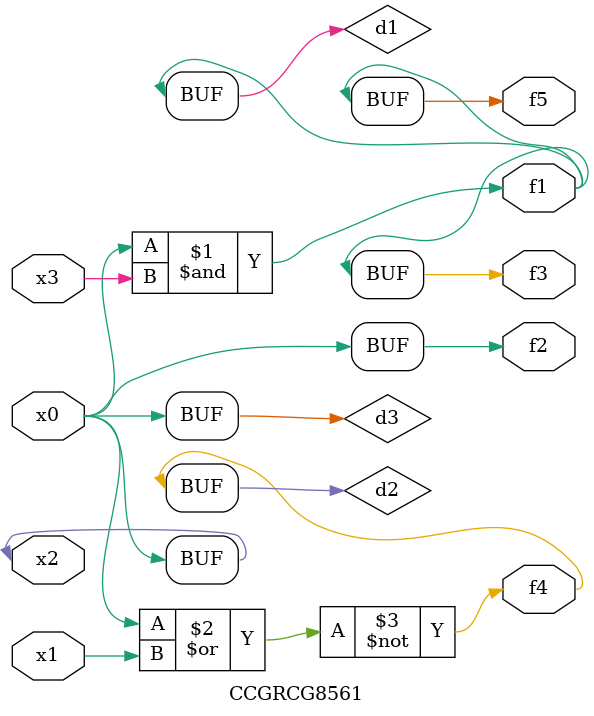
<source format=v>
module CCGRCG8561(
	input x0, x1, x2, x3,
	output f1, f2, f3, f4, f5
);

	wire d1, d2, d3;

	and (d1, x2, x3);
	nor (d2, x0, x1);
	buf (d3, x0, x2);
	assign f1 = d1;
	assign f2 = d3;
	assign f3 = d1;
	assign f4 = d2;
	assign f5 = d1;
endmodule

</source>
